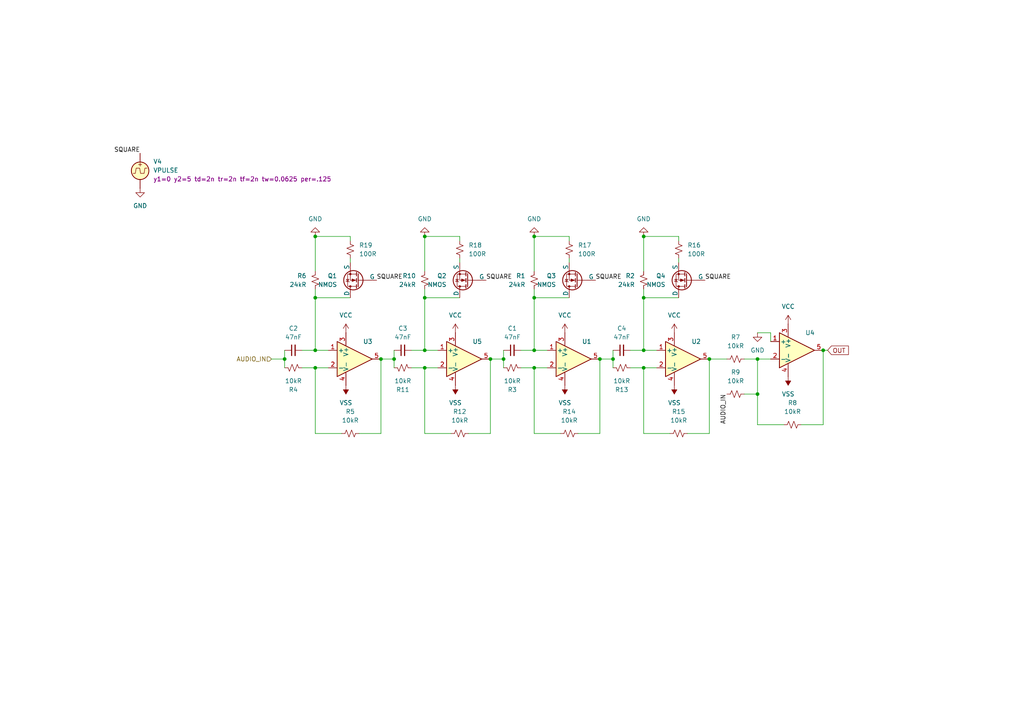
<source format=kicad_sch>
(kicad_sch (version 20250114) (generator "eeschema") (generator_version "9.0")
  (paper "A4")
  (lib_symbols
    (symbol "Device:C_Small" (pin_numbers (hide yes)) (pin_names (offset 0.254) (hide yes))
      (property "Reference" "C" (at 0.254 1.778 0))
      (property "Value" "C_Small" (at 0.254 -2.032 0))
      (symbol "C_Small_0_1"
        (polyline (pts (xy -1.524 0.508) (xy 1.524 0.508)) (stroke (width 0.3048)))
        (polyline (pts (xy -1.524 -0.508) (xy 1.524 -0.508)) (stroke (width 0.3302)))
      )
      (symbol "C_Small_1_1"
        (pin passive line (at 0 2.54 270) (length 2.032) (name "~") (number "1"))
        (pin passive line (at 0 -2.54 90) (length 2.032) (name "~") (number "2"))
      )
    )
    (symbol "Device:R_Small_US" (pin_numbers (hide yes)) (pin_names (offset 0.254) (hide yes))
      (property "Reference" "R" (at 0.762 0.508 0))
      (property "Value" "R_Small_US" (at 0.762 -1.016 0))
      (symbol "R_Small_US_1_1"
        (polyline (pts (xy 0 1.524) (xy 1.016 1.143) (xy 0 0.762) (xy -1.016 0.381) (xy 0 0)))
        (polyline (pts (xy 0 0) (xy 1.016 -0.381) (xy 0 -0.762) (xy -1.016 -1.143) (xy 0 -1.524)))
        (pin passive line (at 0 2.54 270) (length 1.016) (name "~") (number "1"))
        (pin passive line (at 0 -2.54 90) (length 1.016) (name "~") (number "2"))
      )
    )
    (symbol "Simulation_SPICE:NMOS" (pin_numbers (hide yes)) (pin_names (offset 0))
      (property "Reference" "Q" (at 5.08 1.27 0))
      (property "Value" "NMOS" (at 5.08 -1.27 0))
      (symbol "NMOS_0_1"
        (polyline (pts (xy 0.254 1.905) (xy 0.254 -1.905)) (stroke (width 0.254)))
        (polyline (pts (xy 0.254 0) (xy -2.54 0)))
        (polyline (pts (xy 0.762 2.286) (xy 0.762 1.27)) (stroke (width 0.254)))
        (polyline (pts (xy 0.762 0.508) (xy 0.762 -0.508)) (stroke (width 0.254)))
        (polyline (pts (xy 0.762 -1.27) (xy 0.762 -2.286)) (stroke (width 0.254)))
        (polyline (pts (xy 0.762 -1.778) (xy 3.302 -1.778) (xy 3.302 1.778) (xy 0.762 1.778)))
        (polyline (pts (xy 1.016 0) (xy 2.032 0.381) (xy 2.032 -0.381) (xy 1.016 0)) (fill (type outline)))
        (circle (center 1.651 0) (radius 2.794) (stroke (width 0.254)))
        (polyline (pts (xy 2.54 2.54) (xy 2.54 1.778)))
        (circle (center 2.54 1.778) (radius 0.254) (fill (type outline)))
        (circle (center 2.54 -1.778) (radius 0.254) (fill (type outline)))
        (polyline (pts (xy 2.54 -2.54) (xy 2.54 0) (xy 0.762 0)))
        (polyline (pts (xy 2.794 0.508) (xy 2.921 0.381) (xy 3.683 0.381) (xy 3.81 0.254)))
        (polyline (pts (xy 3.302 0.381) (xy 2.921 -0.254) (xy 3.683 -0.254) (xy 3.302 0.381)))
      )
      (symbol "NMOS_1_1"
        (pin input line (at -5.08 0 0) (length 2.54) (name "G") (number "2"))
        (pin passive line (at 2.54 5.08 270) (length 2.54) (name "D") (number "1"))
        (pin passive line (at 2.54 -5.08 90) (length 2.54) (name "S") (number "3"))
      )
    )
    (symbol "Simulation_SPICE:OPAMP" (pin_names (offset 0.254))
      (property "Reference" "U" (at 3.81 3.175 0))
      (property "Value" "${SIM.PARAMS}" (at 3.81 -3.175 0))
      (symbol "OPAMP_0_1"
        (polyline (pts (xy 5.08 0) (xy -5.08 5.08) (xy -5.08 -5.08) (xy 5.08 0)) (stroke (width 0.254)) (fill (type background)))
      )
      (symbol "OPAMP_1_1"
        (pin input line (at -7.62 2.54 0) (length 2.54) (name "+") (number "1"))
        (pin input line (at -7.62 -2.54 0) (length 2.54) (name "-") (number "2"))
        (pin power_in line (at -2.54 7.62 270) (length 3.81) (name "V+") (number "3"))
        (pin power_in line (at -2.54 -7.62 90) (length 3.81) (name "V-") (number "4"))
        (pin output line (at 7.62 0 180) (length 2.54) (name "~") (number "5"))
      )
    )
    (symbol "Simulation_SPICE:VPULSE" (pin_numbers (hide yes)) (pin_names (offset 0.0254))
      (property "Reference" "V" (at 2.54 2.54 0))
      (property "Value" "VPULSE" (at 2.54 0 0))
      (property "Sim.Params" "y1=0 y2=1 td=2n tr=2n tf=2n tw=50n per=100n" (at 2.54 -2.54 0))
      (symbol "VPULSE_0_0"
        (polyline (pts (xy -2.032 -0.762) (xy -1.397 -0.762) (xy -1.143 0.762) (xy -0.127 0.762) (xy 0.127 -0.762) (xy 1.143 -0.762) (xy 1.397 0.762) (xy 2.032 0.762)))
        (text "+" (at 0 1.905 0) (effects (font (size 1.27 1.27))))
      )
      (symbol "VPULSE_0_1"
        (circle (center 0 0) (radius 2.54) (stroke (width 0.254)) (fill (type background)))
      )
      (symbol "VPULSE_1_1"
        (pin passive line (at 0 5.08 270) (length 2.54) (name "~") (number "1"))
        (pin passive line (at 0 -5.08 90) (length 2.54) (name "~") (number "2"))
      )
    )
    (symbol "power:GND" (power) (pin_numbers (hide yes)) (pin_names (offset 0) (hide yes))
      (property "Value" "GND" (at 0 -3.81 0))
      (symbol "GND_0_1"
        (polyline (pts (xy 0 0) (xy 0 -1.27) (xy 1.27 -1.27) (xy 0 -2.54) (xy -1.27 -1.27) (xy 0 -1.27)))
      )
      (symbol "GND_1_1"
        (pin power_in line (at 0 0 270) (length 0) (name "~") (number "1"))
      )
    )
    (symbol "power:VCC" (power) (pin_numbers (hide yes)) (pin_names (offset 0) (hide yes))
      (property "Value" "VCC" (at 0 3.556 0))
      (symbol "VCC_0_1"
        (polyline (pts (xy -0.762 1.27) (xy 0 2.54)))
        (polyline (pts (xy 0 2.54) (xy 0.762 1.27)))
        (polyline (pts (xy 0 0) (xy 0 2.54)))
      )
      (symbol "VCC_1_1"
        (pin power_in line (at 0 0 90) (length 0) (name "~") (number "1"))
      )
    )
    (symbol "power:VSS" (power) (pin_numbers (hide yes)) (pin_names (offset 0) (hide yes))
      (property "Value" "VSS" (at 0 3.556 0))
      (symbol "VSS_0_1"
        (polyline (pts (xy 0 0) (xy 0 2.54)))
        (polyline (pts (xy 0.762 1.27) (xy -0.762 1.27) (xy 0 2.54) (xy 0.762 1.27)) (fill (type outline)))
      )
      (symbol "VSS_1_1"
        (pin power_in line (at 0 0 90) (length 0) (name "~") (number "1"))
      )
    )
  )
  (junction (at 146.05 104.14))
  (junction (at 186.69 68.58))
  (junction (at 123.19 86.36))
  (junction (at 123.19 68.58))
  (junction (at 154.94 101.6))
  (junction (at 123.19 106.68))
  (junction (at 219.71 114.3))
  (junction (at 110.49 104.14))
  (junction (at 154.94 86.36))
  (junction (at 123.19 101.6))
  (junction (at 91.44 68.58))
  (junction (at 154.94 68.58))
  (junction (at 177.8 104.14))
  (junction (at 219.71 104.14))
  (junction (at 186.69 106.68))
  (junction (at 114.3 104.14))
  (junction (at 238.76 101.6))
  (junction (at 91.44 101.6))
  (junction (at 91.44 86.36))
  (junction (at 154.94 106.68))
  (junction (at 186.69 101.6))
  (junction (at 186.69 86.36))
  (junction (at 173.99 104.14))
  (junction (at 91.44 106.68))
  (junction (at 82.55 104.14))
  (junction (at 142.24 104.14))
  (junction (at 205.74 104.14))
  (wire (pts (xy 219.71 104.14) (xy 223.52 104.14)))
  (wire (pts (xy 151.13 106.68) (xy 154.94 106.68)))
  (wire (pts (xy 110.49 104.14) (xy 114.3 104.14)))
  (wire (pts (xy 165.1 68.58) (xy 165.1 69.85)))
  (wire (pts (xy 238.76 123.19) (xy 232.41 123.19)))
  (wire (pts (xy 177.8 101.6) (xy 177.8 104.14)))
  (wire (pts (xy 123.19 68.58) (xy 123.19 78.74)))
  (wire (pts (xy 130.81 125.73) (xy 123.19 125.73)))
  (wire (pts (xy 133.35 68.58) (xy 133.35 69.85)))
  (wire (pts (xy 240.03 101.6) (xy 238.76 101.6)))
  (wire (pts (xy 91.44 106.68) (xy 95.25 106.68)))
  (wire (pts (xy 78.74 104.14) (xy 82.55 104.14)))
  (wire (pts (xy 110.49 104.14) (xy 110.49 125.73)))
  (wire (pts (xy 227.33 123.19) (xy 219.71 123.19)))
  (wire (pts (xy 82.55 101.6) (xy 82.55 104.14)))
  (wire (pts (xy 186.69 83.82) (xy 186.69 86.36)))
  (wire (pts (xy 186.69 101.6) (xy 190.5 101.6)))
  (wire (pts (xy 219.71 96.52) (xy 223.52 96.52)))
  (wire (pts (xy 91.44 86.36) (xy 91.44 101.6)))
  (wire (pts (xy 123.19 68.58) (xy 133.35 68.58)))
  (wire (pts (xy 182.88 101.6) (xy 186.69 101.6)))
  (wire (pts (xy 196.85 74.93) (xy 196.85 76.2)))
  (wire (pts (xy 114.3 101.6) (xy 114.3 104.14)))
  (wire (pts (xy 186.69 125.73) (xy 186.69 106.68)))
  (wire (pts (xy 196.85 68.58) (xy 196.85 69.85)))
  (wire (pts (xy 173.99 125.73) (xy 167.64 125.73)))
  (wire (pts (xy 215.9 104.14) (xy 219.71 104.14)))
  (wire (pts (xy 87.63 101.6) (xy 91.44 101.6)))
  (wire (pts (xy 219.71 114.3) (xy 219.71 123.19)))
  (wire (pts (xy 119.38 101.6) (xy 123.19 101.6)))
  (wire (pts (xy 186.69 68.58) (xy 196.85 68.58)))
  (wire (pts (xy 186.69 106.68) (xy 190.5 106.68)))
  (wire (pts (xy 123.19 106.68) (xy 127 106.68)))
  (wire (pts (xy 165.1 74.93) (xy 165.1 76.2)))
  (wire (pts (xy 173.99 104.14) (xy 177.8 104.14)))
  (wire (pts (xy 154.94 125.73) (xy 154.94 106.68)))
  (wire (pts (xy 194.31 125.73) (xy 186.69 125.73)))
  (wire (pts (xy 91.44 125.73) (xy 91.44 106.68)))
  (wire (pts (xy 186.69 86.36) (xy 196.85 86.36)))
  (wire (pts (xy 154.94 68.58) (xy 165.1 68.58)))
  (wire (pts (xy 142.24 125.73) (xy 135.89 125.73)))
  (wire (pts (xy 146.05 104.14) (xy 146.05 106.68)))
  (wire (pts (xy 205.74 125.73) (xy 199.39 125.73)))
  (wire (pts (xy 154.94 101.6) (xy 158.75 101.6)))
  (wire (pts (xy 173.99 104.14) (xy 173.99 125.73)))
  (wire (pts (xy 186.69 68.58) (xy 186.69 78.74)))
  (wire (pts (xy 91.44 68.58) (xy 101.6 68.58)))
  (wire (pts (xy 82.55 104.14) (xy 82.55 106.68)))
  (wire (pts (xy 177.8 104.14) (xy 177.8 106.68)))
  (wire (pts (xy 133.35 74.93) (xy 133.35 76.2)))
  (wire (pts (xy 154.94 86.36) (xy 165.1 86.36)))
  (wire (pts (xy 205.74 104.14) (xy 210.82 104.14)))
  (wire (pts (xy 146.05 101.6) (xy 146.05 104.14)))
  (wire (pts (xy 154.94 68.58) (xy 154.94 78.74)))
  (wire (pts (xy 223.52 96.52) (xy 223.52 99.06)))
  (wire (pts (xy 119.38 106.68) (xy 123.19 106.68)))
  (wire (pts (xy 99.06 125.73) (xy 91.44 125.73)))
  (wire (pts (xy 91.44 86.36) (xy 101.6 86.36)))
  (wire (pts (xy 162.56 125.73) (xy 154.94 125.73)))
  (wire (pts (xy 91.44 101.6) (xy 95.25 101.6)))
  (wire (pts (xy 182.88 106.68) (xy 186.69 106.68)))
  (wire (pts (xy 91.44 83.82) (xy 91.44 86.36)))
  (wire (pts (xy 154.94 83.82) (xy 154.94 86.36)))
  (wire (pts (xy 215.9 114.3) (xy 219.71 114.3)))
  (wire (pts (xy 238.76 101.6) (xy 238.76 123.19)))
  (wire (pts (xy 142.24 104.14) (xy 146.05 104.14)))
  (wire (pts (xy 110.49 125.73) (xy 104.14 125.73)))
  (wire (pts (xy 91.44 68.58) (xy 91.44 78.74)))
  (wire (pts (xy 87.63 106.68) (xy 91.44 106.68)))
  (wire (pts (xy 154.94 106.68) (xy 158.75 106.68)))
  (wire (pts (xy 123.19 86.36) (xy 123.19 101.6)))
  (wire (pts (xy 186.69 86.36) (xy 186.69 101.6)))
  (wire (pts (xy 142.24 104.14) (xy 142.24 125.73)))
  (wire (pts (xy 114.3 104.14) (xy 114.3 106.68)))
  (wire (pts (xy 123.19 101.6) (xy 127 101.6)))
  (wire (pts (xy 101.6 74.93) (xy 101.6 76.2)))
  (wire (pts (xy 101.6 68.58) (xy 101.6 69.85)))
  (wire (pts (xy 123.19 86.36) (xy 133.35 86.36)))
  (wire (pts (xy 219.71 104.14) (xy 219.71 114.3)))
  (wire (pts (xy 205.74 104.14) (xy 205.74 125.73)))
  (wire (pts (xy 123.19 125.73) (xy 123.19 106.68)))
  (wire (pts (xy 151.13 101.6) (xy 154.94 101.6)))
  (wire (pts (xy 154.94 86.36) (xy 154.94 101.6)))
  (wire (pts (xy 123.19 83.82) (xy 123.19 86.36)))
  (label "SQUARE" (at 204.47 81.28 0))
  (label "SQUARE" (at 140.97 81.28 0))
  (label "SQUARE" (at 40.64 44.45 180))
  (label "SQUARE" (at 109.22 81.28 0))
  (label "AUDIO_IN" (at 210.82 114.3 270))
  (label "SQUARE" (at 172.72 81.28 0))
  (global_label "OUT" (shape input) (at 240.03 101.6 0) (property "Intersheetrefs" "${INTERSHEET_REFS}" (effects (hide yes))))
  (hierarchical_label "AUDIO_IN" (shape input) (at 78.74 104.14 180))
  (symbol (lib_id "Device:R_Small_US") (at 154.94 81.28 0) (mirror x) (unit 1)
    (property "Reference" "R1" (at 152.4 80.0099 0) (effects (justify right)))
    (property "Value" "24kR" (at 152.4 82.5499 0) (effects (justify right)))
    (property "Description" "Resistor, small US symbol" (effects (hide yes)))
  )
  (symbol (lib_id "Device:R_Small_US") (at 85.09 106.68 90) (mirror x) (unit 1)
    (property "Reference" "R4" (at 85.09 113.03 90))
    (property "Value" "10kR" (at 85.09 110.49 90))
    (property "Description" "Resistor, small US symbol" (effects (hide yes)))
  )
  (symbol (lib_id "Device:C_Small") (at 148.59 101.6 90) (mirror x) (unit 1)
    (property "Reference" "C1" (at 148.5963 95.25 90))
    (property "Value" "47nF" (at 148.5963 97.79 90))
    (property "Description" "Unpolarized capacitor, small symbol" (effects (hide yes)))
    (property "Sim.Device" "C" (effects (hide yes)))
    (property "Sim.Pins" "1=+ 2=-" (effects (hide yes)))
  )
  (symbol (lib_id "Simulation_SPICE:OPAMP") (at 198.12 104.14 0) (unit 1)
    (property "Reference" "U2" (at 201.93 99.06 0))
    (property "Value" "${SIM.PARAMS}" (at 205.74 100.8949 0))
    (property "Datasheet" "https://ngspice.sourceforge.io/docs/ngspice-html-manual/manual.xhtml#sec__SUBCKT_Subcircuits" (effects (hide yes)))
    (property "Description" "Operational amplifier, single" (effects (hide yes)))
    (property "Sim.Pins" "1=in+ 2=in- 3=vcc 4=vee 5=out" (effects (hide yes)))
    (property "Sim.Device" "SUBCKT" (effects (hide yes)))
    (property "Sim.Library" "${KICAD9_SYMBOL_DIR}/Simulation_SPICE.sp" (effects (hide yes)))
    (property "Sim.Name" "kicad_builtin_opamp" (effects (hide yes)))
  )
  (symbol (lib_id "Device:R_Small_US") (at 91.44 81.28 0) (mirror x) (unit 1)
    (property "Reference" "R6" (at 88.9 80.0099 0) (effects (justify right)))
    (property "Value" "24kR" (at 88.9 82.5499 0) (effects (justify right)))
    (property "Description" "Resistor, small US symbol" (effects (hide yes)))
  )
  (symbol (lib_id "power:VSS") (at 100.33 111.76 180) (unit 1)
    (property "Reference" "#PWR013" (effects (hide yes)))
    (property "Value" "VSS" (at 100.33 116.84 0))
    (property "Description" "Power symbol creates a global label with name \"VSS\"" (effects (hide yes)))
  )
  (symbol (lib_id "power:VCC") (at 163.83 96.52 0) (unit 1)
    (property "Reference" "#PWR08" (effects (hide yes)))
    (property "Value" "VCC" (at 163.83 91.44 0))
    (property "Description" "Power symbol creates a global label with name \"VCC\"" (effects (hide yes)))
  )
  (symbol (lib_id "Device:R_Small_US") (at 101.6 72.39 180) (unit 1)
    (property "Reference" "R19" (at 104.14 71.1199 0) (effects (justify right)))
    (property "Value" "100R" (at 104.14 73.6599 0) (effects (justify right)))
    (property "Description" "Resistor, small US symbol" (effects (hide yes)))
  )
  (symbol (lib_id "Device:C_Small") (at 85.09 101.6 90) (mirror x) (unit 1)
    (property "Reference" "C2" (at 85.0963 95.25 90))
    (property "Value" "47nF" (at 85.0963 97.79 90))
    (property "Description" "Unpolarized capacitor, small symbol" (effects (hide yes)))
    (property "Sim.Device" "C" (effects (hide yes)))
    (property "Sim.Pins" "1=+ 2=-" (effects (hide yes)))
  )
  (symbol (lib_id "power:GND") (at 186.69 68.58 180) (unit 1)
    (property "Reference" "#PWR06" (effects (hide yes)))
    (property "Value" "GND" (at 186.69 63.5 0))
    (property "Description" "Power symbol creates a global label with name \"GND\" , ground" (effects (hide yes)))
  )
  (symbol (lib_id "Simulation_SPICE:VPULSE") (at 40.64 49.53 0) (unit 1)
    (property "Reference" "V4" (at 44.45 46.8601 0) (effects (justify left)))
    (property "Value" "VPULSE" (at 44.45 49.4001 0) (effects (justify left)))
    (property "Datasheet" "https://ngspice.sourceforge.io/docs/ngspice-html-manual/manual.xhtml#sec_Independent_Sources_for" (effects (hide yes)))
    (property "Description" "Voltage source, pulse" (effects (hide yes)))
    (property "Sim.Pins" "1=+ 2=-" (effects (hide yes)))
    (property "Sim.Type" "PULSE" (effects (hide yes)))
    (property "Sim.Device" "V" (effects (hide yes)))
    (property "Sim.Params" "y1=0 y2=5 td=2n tr=2n tf=2n tw=0.0625 per=.125" (at 44.45 51.9401 0) (effects (justify left)))
  )
  (symbol (lib_id "power:VSS") (at 228.6 109.22 180) (unit 1)
    (property "Reference" "#PWR016" (effects (hide yes)))
    (property "Value" "VSS" (at 228.6 114.3 0))
    (property "Description" "Power symbol creates a global label with name \"VSS\"" (effects (hide yes)))
  )
  (symbol (lib_id "Device:C_Small") (at 180.34 101.6 90) (mirror x) (unit 1)
    (property "Reference" "C4" (at 180.3463 95.25 90))
    (property "Value" "47nF" (at 180.3463 97.79 90))
    (property "Description" "Unpolarized capacitor, small symbol" (effects (hide yes)))
    (property "Sim.Device" "C" (effects (hide yes)))
    (property "Sim.Pins" "1=+ 2=-" (effects (hide yes)))
  )
  (symbol (lib_id "power:GND") (at 123.19 68.58 180) (unit 1)
    (property "Reference" "#PWR018" (effects (hide yes)))
    (property "Value" "GND" (at 123.19 63.5 0))
    (property "Description" "Power symbol creates a global label with name \"GND\" , ground" (effects (hide yes)))
  )
  (symbol (lib_id "Device:R_Small_US") (at 148.59 106.68 90) (mirror x) (unit 1)
    (property "Reference" "R3" (at 148.59 113.03 90))
    (property "Value" "10kR" (at 148.59 110.49 90))
    (property "Description" "Resistor, small US symbol" (effects (hide yes)))
  )
  (symbol (lib_id "power:GND") (at 219.71 96.52 0) (unit 1)
    (property "Reference" "#PWR017" (effects (hide yes)))
    (property "Value" "GND" (at 219.71 101.6 0))
    (property "Description" "Power symbol creates a global label with name \"GND\" , ground" (effects (hide yes)))
  )
  (symbol (lib_id "power:GND") (at 154.94 68.58 180) (unit 1)
    (property "Reference" "#PWR03" (effects (hide yes)))
    (property "Value" "GND" (at 154.94 63.5 0))
    (property "Description" "Power symbol creates a global label with name \"GND\" , ground" (effects (hide yes)))
  )
  (symbol (lib_id "Simulation_SPICE:OPAMP") (at 102.87 104.14 0) (unit 1)
    (property "Reference" "U3" (at 106.68 99.06 0))
    (property "Value" "${SIM.PARAMS}" (at 110.49 100.8949 0))
    (property "Datasheet" "https://ngspice.sourceforge.io/docs/ngspice-html-manual/manual.xhtml#sec__SUBCKT_Subcircuits" (effects (hide yes)))
    (property "Description" "Operational amplifier, single" (effects (hide yes)))
    (property "Sim.Pins" "1=in+ 2=in- 3=vcc 4=vee 5=out" (effects (hide yes)))
    (property "Sim.Device" "SUBCKT" (effects (hide yes)))
    (property "Sim.Library" "${KICAD9_SYMBOL_DIR}/Simulation_SPICE.sp" (effects (hide yes)))
    (property "Sim.Name" "kicad_builtin_opamp" (effects (hide yes)))
  )
  (symbol (lib_id "Simulation_SPICE:OPAMP") (at 166.37 104.14 0) (unit 1)
    (property "Reference" "U1" (at 170.18 99.06 0))
    (property "Value" "${SIM.PARAMS}" (at 173.99 100.8949 0))
    (property "Datasheet" "https://ngspice.sourceforge.io/docs/ngspice-html-manual/manual.xhtml#sec__SUBCKT_Subcircuits" (effects (hide yes)))
    (property "Description" "Operational amplifier, single" (effects (hide yes)))
    (property "Sim.Pins" "1=in+ 2=in- 3=vcc 4=vee 5=out" (effects (hide yes)))
    (property "Sim.Device" "SUBCKT" (effects (hide yes)))
    (property "Sim.Library" "${KICAD9_SYMBOL_DIR}/Simulation_SPICE.sp" (effects (hide yes)))
    (property "Sim.Name" "kicad_builtin_opamp" (effects (hide yes)))
  )
  (symbol (lib_id "power:GND") (at 91.44 68.58 180) (unit 1)
    (property "Reference" "#PWR014" (effects (hide yes)))
    (property "Value" "GND" (at 91.44 63.5 0))
    (property "Description" "Power symbol creates a global label with name \"GND\" , ground" (effects (hide yes)))
  )
  (symbol (lib_id "Simulation_SPICE:NMOS") (at 167.64 81.28 180) (unit 1)
    (property "Reference" "Q3" (at 161.29 80.0099 0) (effects (justify left)))
    (property "Value" "NMOS" (at 161.29 82.5499 0) (effects (justify left)))
    (property "Datasheet" "https://ngspice.sourceforge.io/docs/ngspice-html-manual/manual.xhtml#cha_MOSFETs" (effects (hide yes)))
    (property "Description" "N-MOSFET transistor, drain/source/gate" (effects (hide yes)))
    (property "Sim.Device" "NMOS" (effects (hide yes)))
    (property "Sim.Type" "VDMOS" (effects (hide yes)))
    (property "Sim.Pins" "1=D 2=G 3=S" (effects (hide yes)))
  )
  (symbol (lib_id "Device:R_Small_US") (at 165.1 125.73 90) (unit 1)
    (property "Reference" "R14" (at 165.1 119.38 90))
    (property "Value" "10kR" (at 165.1 121.92 90))
    (property "Description" "Resistor, small US symbol" (effects (hide yes)))
  )
  (symbol (lib_id "Device:R_Small_US") (at 180.34 106.68 90) (mirror x) (unit 1)
    (property "Reference" "R13" (at 180.34 113.03 90))
    (property "Value" "10kR" (at 180.34 110.49 90))
    (property "Description" "Resistor, small US symbol" (effects (hide yes)))
  )
  (symbol (lib_id "Simulation_SPICE:NMOS") (at 199.39 81.28 180) (unit 1)
    (property "Reference" "Q4" (at 193.04 80.0099 0) (effects (justify left)))
    (property "Value" "NMOS" (at 193.04 82.5499 0) (effects (justify left)))
    (property "Datasheet" "https://ngspice.sourceforge.io/docs/ngspice-html-manual/manual.xhtml#cha_MOSFETs" (effects (hide yes)))
    (property "Description" "N-MOSFET transistor, drain/source/gate" (effects (hide yes)))
    (property "Sim.Device" "NMOS" (effects (hide yes)))
    (property "Sim.Type" "VDMOS" (effects (hide yes)))
    (property "Sim.Pins" "1=D 2=G 3=S" (effects (hide yes)))
  )
  (symbol (lib_id "Device:C_Small") (at 116.84 101.6 90) (mirror x) (unit 1)
    (property "Reference" "C3" (at 116.8463 95.25 90))
    (property "Value" "47nF" (at 116.8463 97.79 90))
    (property "Description" "Unpolarized capacitor, small symbol" (effects (hide yes)))
    (property "Sim.Device" "C" (effects (hide yes)))
    (property "Sim.Pins" "1=+ 2=-" (effects (hide yes)))
  )
  (symbol (lib_id "power:VSS") (at 132.08 111.76 180) (unit 1)
    (property "Reference" "#PWR020" (effects (hide yes)))
    (property "Value" "VSS" (at 132.08 116.84 0))
    (property "Description" "Power symbol creates a global label with name \"VSS\"" (effects (hide yes)))
  )
  (symbol (lib_id "Simulation_SPICE:NMOS") (at 104.14 81.28 180) (unit 1)
    (property "Reference" "Q1" (at 97.79 80.0099 0) (effects (justify left)))
    (property "Value" "NMOS" (at 97.79 82.5499 0) (effects (justify left)))
    (property "Datasheet" "https://ngspice.sourceforge.io/docs/ngspice-html-manual/manual.xhtml#cha_MOSFETs" (effects (hide yes)))
    (property "Description" "N-MOSFET transistor, drain/source/gate" (effects (hide yes)))
    (property "Sim.Device" "NMOS" (effects (hide yes)))
    (property "Sim.Type" "VDMOS" (effects (hide yes)))
    (property "Sim.Pins" "1=D 2=G 3=S" (effects (hide yes)))
  )
  (symbol (lib_id "power:VSS") (at 195.58 111.76 180) (unit 1)
    (property "Reference" "#PWR021" (effects (hide yes)))
    (property "Value" "VSS" (at 195.58 116.84 0))
    (property "Description" "Power symbol creates a global label with name \"VSS\"" (effects (hide yes)))
  )
  (symbol (lib_id "power:VCC") (at 195.58 96.52 0) (unit 1)
    (property "Reference" "#PWR09" (effects (hide yes)))
    (property "Value" "VCC" (at 195.58 91.44 0))
    (property "Description" "Power symbol creates a global label with name \"VCC\"" (effects (hide yes)))
  )
  (symbol (lib_id "Simulation_SPICE:OPAMP") (at 231.14 101.6 0) (unit 1)
    (property "Reference" "U4" (at 234.95 96.52 0))
    (property "Value" "${SIM.PARAMS}" (at 238.76 98.3549 0))
    (property "Datasheet" "https://ngspice.sourceforge.io/docs/ngspice-html-manual/manual.xhtml#sec__SUBCKT_Subcircuits" (effects (hide yes)))
    (property "Description" "Operational amplifier, single" (effects (hide yes)))
    (property "Sim.Pins" "1=in+ 2=in- 3=vcc 4=vee 5=out" (effects (hide yes)))
    (property "Sim.Device" "SUBCKT" (effects (hide yes)))
    (property "Sim.Library" "${KICAD9_SYMBOL_DIR}/Simulation_SPICE.sp" (effects (hide yes)))
    (property "Sim.Name" "kicad_builtin_opamp" (effects (hide yes)))
  )
  (symbol (lib_id "Device:R_Small_US") (at 186.69 81.28 0) (mirror x) (unit 1)
    (property "Reference" "R2" (at 184.15 80.0099 0) (effects (justify right)))
    (property "Value" "24kR" (at 184.15 82.5499 0) (effects (justify right)))
    (property "Description" "Resistor, small US symbol" (effects (hide yes)))
  )
  (symbol (lib_id "Device:R_Small_US") (at 133.35 72.39 180) (unit 1)
    (property "Reference" "R18" (at 135.89 71.1199 0) (effects (justify right)))
    (property "Value" "100R" (at 135.89 73.6599 0) (effects (justify right)))
    (property "Description" "Resistor, small US symbol" (effects (hide yes)))
  )
  (symbol (lib_id "power:VCC") (at 132.08 96.52 0) (unit 1)
    (property "Reference" "#PWR019" (effects (hide yes)))
    (property "Value" "VCC" (at 132.08 91.44 0))
    (property "Description" "Power symbol creates a global label with name \"VCC\"" (effects (hide yes)))
  )
  (symbol (lib_id "Simulation_SPICE:NMOS") (at 135.89 81.28 180) (unit 1)
    (property "Reference" "Q2" (at 129.54 80.0099 0) (effects (justify left)))
    (property "Value" "NMOS" (at 129.54 82.5499 0) (effects (justify left)))
    (property "Datasheet" "https://ngspice.sourceforge.io/docs/ngspice-html-manual/manual.xhtml#cha_MOSFETs" (effects (hide yes)))
    (property "Description" "N-MOSFET transistor, drain/source/gate" (effects (hide yes)))
    (property "Sim.Device" "NMOS" (effects (hide yes)))
    (property "Sim.Type" "VDMOS" (effects (hide yes)))
    (property "Sim.Pins" "1=D 2=G 3=S" (effects (hide yes)))
  )
  (symbol (lib_id "power:VCC") (at 228.6 93.98 0) (unit 1)
    (property "Reference" "#PWR015" (effects (hide yes)))
    (property "Value" "VCC" (at 228.6 88.9 0))
    (property "Description" "Power symbol creates a global label with name \"VCC\"" (effects (hide yes)))
  )
  (symbol (lib_id "power:VCC") (at 100.33 96.52 0) (unit 1)
    (property "Reference" "#PWR012" (effects (hide yes)))
    (property "Value" "VCC" (at 100.33 91.44 0))
    (property "Description" "Power symbol creates a global label with name \"VCC\"" (effects (hide yes)))
  )
  (symbol (lib_id "Device:R_Small_US") (at 196.85 72.39 180) (unit 1)
    (property "Reference" "R16" (at 199.39 71.1199 0) (effects (justify right)))
    (property "Value" "100R" (at 199.39 73.6599 0) (effects (justify right)))
    (property "Description" "Resistor, small US symbol" (effects (hide yes)))
  )
  (symbol (lib_id "Device:R_Small_US") (at 196.85 125.73 90) (unit 1)
    (property "Reference" "R15" (at 196.85 119.38 90))
    (property "Value" "10kR" (at 196.85 121.92 90))
    (property "Description" "Resistor, small US symbol" (effects (hide yes)))
  )
  (symbol (lib_id "Device:R_Small_US") (at 123.19 81.28 0) (mirror x) (unit 1)
    (property "Reference" "R10" (at 120.65 80.0099 0) (effects (justify right)))
    (property "Value" "24kR" (at 120.65 82.5499 0) (effects (justify right)))
    (property "Description" "Resistor, small US symbol" (effects (hide yes)))
  )
  (symbol (lib_id "power:GND") (at 40.64 54.61 0) (unit 1)
    (property "Reference" "#PWR01" (effects (hide yes)))
    (property "Value" "GND" (at 40.64 59.69 0))
    (property "Description" "Power symbol creates a global label with name \"GND\" , ground" (effects (hide yes)))
  )
  (symbol (lib_id "Device:R_Small_US") (at 213.36 114.3 90) (unit 1)
    (property "Reference" "R9" (at 213.36 107.95 90))
    (property "Value" "10kR" (at 213.36 110.49 90))
    (property "Description" "Resistor, small US symbol" (effects (hide yes)))
  )
  (symbol (lib_id "Device:R_Small_US") (at 213.36 104.14 90) (unit 1)
    (property "Reference" "R7" (at 213.36 97.79 90))
    (property "Value" "10kR" (at 213.36 100.33 90))
    (property "Description" "Resistor, small US symbol" (effects (hide yes)))
  )
  (symbol (lib_id "Device:R_Small_US") (at 165.1 72.39 180) (unit 1)
    (property "Reference" "R17" (at 167.64 71.1199 0) (effects (justify right)))
    (property "Value" "100R" (at 167.64 73.6599 0) (effects (justify right)))
    (property "Description" "Resistor, small US symbol" (effects (hide yes)))
  )
  (symbol (lib_id "Device:R_Small_US") (at 101.6 125.73 90) (unit 1)
    (property "Reference" "R5" (at 101.6 119.38 90))
    (property "Value" "10kR" (at 101.6 121.92 90))
    (property "Description" "Resistor, small US symbol" (effects (hide yes)))
  )
  (symbol (lib_id "Simulation_SPICE:OPAMP") (at 134.62 104.14 0) (unit 1)
    (property "Reference" "U5" (at 138.43 99.06 0))
    (property "Value" "${SIM.PARAMS}" (at 142.24 100.8949 0))
    (property "Datasheet" "https://ngspice.sourceforge.io/docs/ngspice-html-manual/manual.xhtml#sec__SUBCKT_Subcircuits" (effects (hide yes)))
    (property "Description" "Operational amplifier, single" (effects (hide yes)))
    (property "Sim.Pins" "1=in+ 2=in- 3=vcc 4=vee 5=out" (effects (hide yes)))
    (property "Sim.Device" "SUBCKT" (effects (hide yes)))
    (property "Sim.Library" "${KICAD9_SYMBOL_DIR}/Simulation_SPICE.sp" (effects (hide yes)))
    (property "Sim.Name" "kicad_builtin_opamp" (effects (hide yes)))
  )
  (symbol (lib_id "Device:R_Small_US") (at 116.84 106.68 90) (mirror x) (unit 1)
    (property "Reference" "R11" (at 116.84 113.03 90))
    (property "Value" "10kR" (at 116.84 110.49 90))
    (property "Description" "Resistor, small US symbol" (effects (hide yes)))
  )
  (symbol (lib_id "Device:R_Small_US") (at 229.87 123.19 90) (unit 1)
    (property "Reference" "R8" (at 229.87 116.84 90))
    (property "Value" "10kR" (at 229.87 119.38 90))
    (property "Description" "Resistor, small US symbol" (effects (hide yes)))
  )
  (symbol (lib_id "Device:R_Small_US") (at 133.35 125.73 90) (unit 1)
    (property "Reference" "R12" (at 133.35 119.38 90))
    (property "Value" "10kR" (at 133.35 121.92 90))
    (property "Description" "Resistor, small US symbol" (effects (hide yes)))
  )
  (symbol (lib_id "power:VSS") (at 163.83 111.76 180) (unit 1)
    (property "Reference" "#PWR011" (effects (hide yes)))
    (property "Value" "VSS" (at 163.83 116.84 0))
    (property "Description" "Power symbol creates a global label with name \"VSS\"" (effects (hide yes)))
  )
)
</source>
